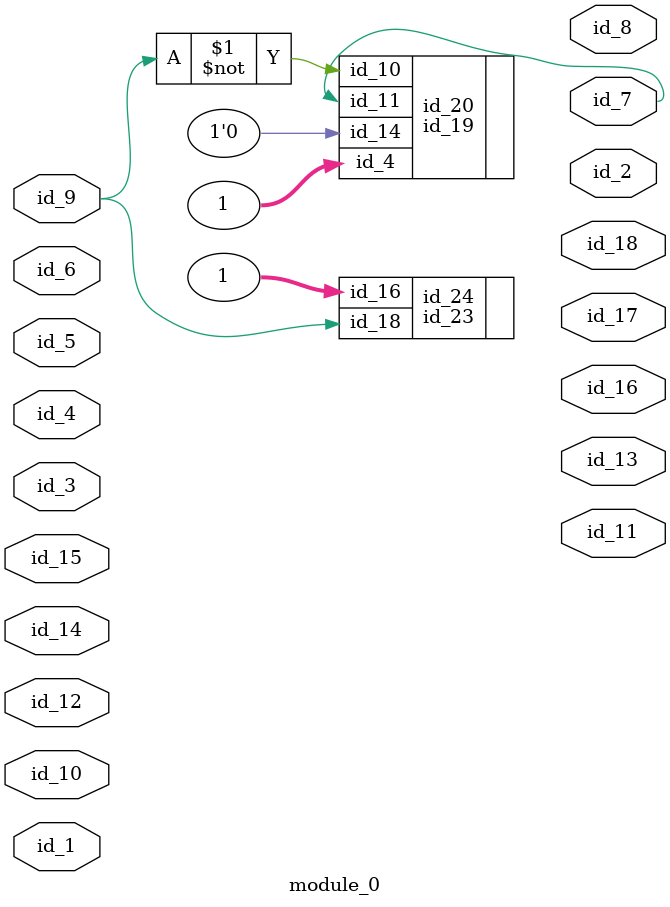
<source format=v>
module module_0 (
    id_1,
    id_2,
    id_3,
    id_4,
    id_5,
    id_6,
    id_7,
    id_8,
    id_9,
    id_10,
    id_11,
    id_12,
    id_13,
    id_14,
    id_15,
    id_16,
    id_17,
    id_18
);
  output id_18;
  output id_17;
  output id_16;
  input id_15;
  input id_14;
  output id_13;
  input id_12;
  output id_11;
  input id_10;
  input id_9;
  output id_8;
  output id_7;
  input id_6;
  input id_5;
  input id_4;
  input id_3;
  output id_2;
  input id_1;
  id_19 id_20 (
      .id_14(1'h0),
      .id_10(~id_9),
      .id_4 (1),
      .id_11(id_7)
  );
  id_21 id_22 (
      .id_18(id_10),
      .id_18(id_17[id_13]),
      .id_5 (1'b0)
  );
  id_23 id_24 (
      .id_16(1),
      .id_18(id_9)
  );
endmodule

</source>
